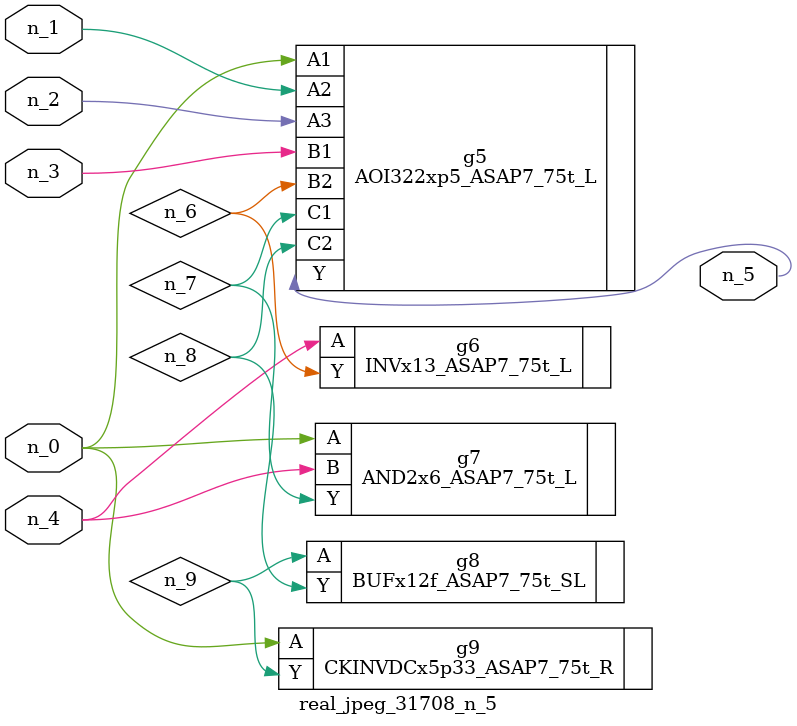
<source format=v>
module real_jpeg_31708_n_5 (n_4, n_0, n_1, n_2, n_3, n_5);

input n_4;
input n_0;
input n_1;
input n_2;
input n_3;

output n_5;

wire n_8;
wire n_6;
wire n_7;
wire n_9;

AOI322xp5_ASAP7_75t_L g5 ( 
.A1(n_0),
.A2(n_1),
.A3(n_2),
.B1(n_3),
.B2(n_6),
.C1(n_7),
.C2(n_8),
.Y(n_5)
);

AND2x6_ASAP7_75t_L g7 ( 
.A(n_0),
.B(n_4),
.Y(n_7)
);

CKINVDCx5p33_ASAP7_75t_R g9 ( 
.A(n_0),
.Y(n_9)
);

INVx13_ASAP7_75t_L g6 ( 
.A(n_4),
.Y(n_6)
);

BUFx12f_ASAP7_75t_SL g8 ( 
.A(n_9),
.Y(n_8)
);


endmodule
</source>
